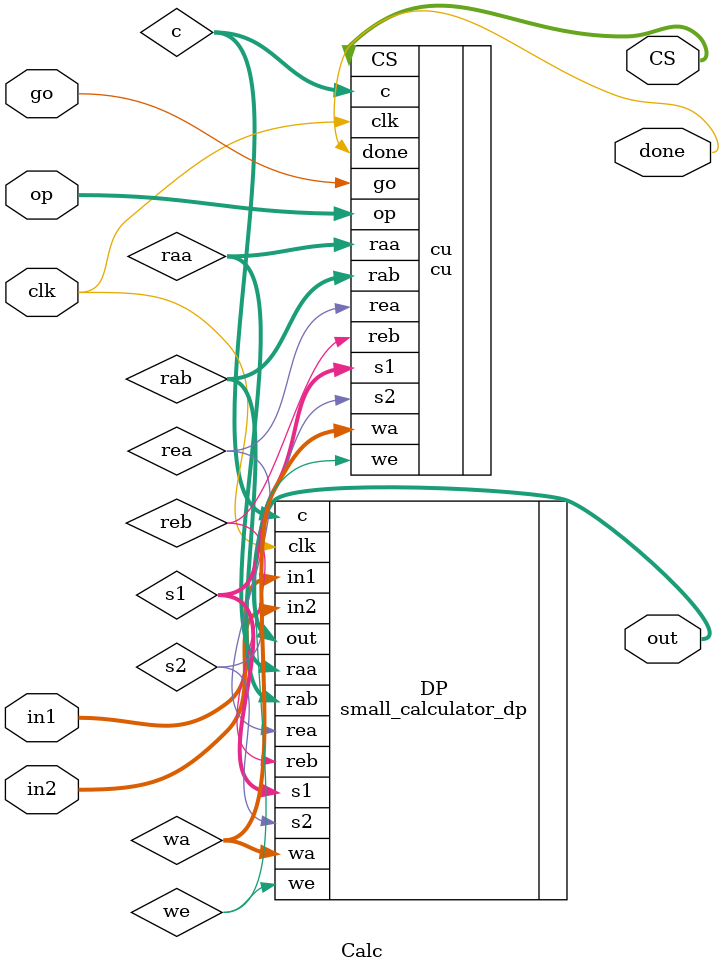
<source format=v>
`timescale 1ns / 1ps


module Calc(input go,
                      input [1:0] op,
                      input clk,
                      input [3:0] in1,in2,
                      output [3:0] CS,
                      output done,
                      output [3:0] out
    );
    
    wire [1:0] s1, wa, c, raa, rab;
    wire we, rea, reb, s2;
    
    cu cu(.go(go),
          .op(op),
          .clk(clk),
          .done(done),
          .CS(CS),
          .s1(s1),
          .wa(wa),
          .c(c),
          .raa(raa),
          .rab(rab),
          .we(we),
          .rea(rea),
          .reb(reb),
          .s2(s2));
    small_calculator_dp DP(.clk(clk),
                           .in1(in1),
                           .in2(in2),
                           .s1(s1),
                           .wa(wa),
                           .raa(raa),
                           .rab(rab),
                           .c(c),
                           .we(we),
                           .rea(rea),
                           .reb(reb),
                           .s2(s2),
                           .out(out));
          
endmodule

</source>
